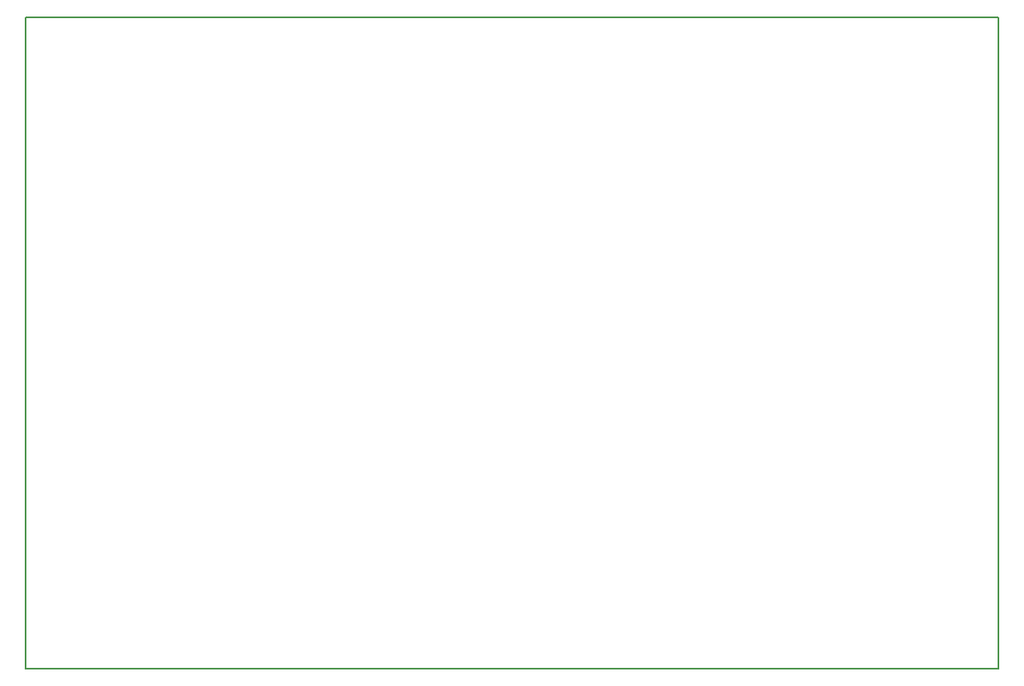
<source format=gm1>
G04 MADE WITH FRITZING*
G04 WWW.FRITZING.ORG*
G04 DOUBLE SIDED*
G04 HOLES PLATED*
G04 CONTOUR ON CENTER OF CONTOUR VECTOR*
%ASAXBY*%
%FSLAX23Y23*%
%MOIN*%
%OFA0B0*%
%SFA1.0B1.0*%
%ADD10R,3.937010X2.637800*%
%ADD11C,0.008000*%
%ADD10C,0.008*%
%LNCONTOUR*%
G90*
G70*
G54D10*
G54D11*
X4Y2634D02*
X3933Y2634D01*
X3933Y4D01*
X4Y4D01*
X4Y2634D01*
D02*
G04 End of contour*
M02*
</source>
